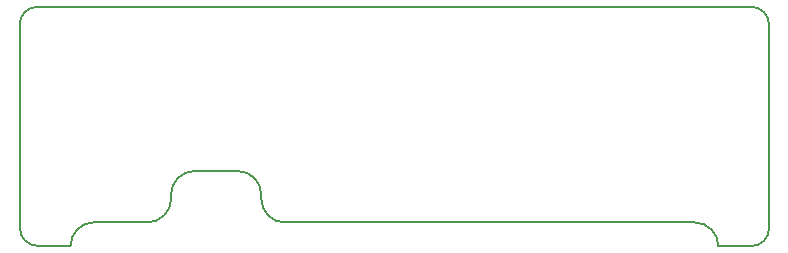
<source format=gm1>
G04 #@! TF.GenerationSoftware,KiCad,Pcbnew,5.1.0-060a0da~80~ubuntu18.10.1*
G04 #@! TF.CreationDate,2019-03-21T18:04:08+01:00*
G04 #@! TF.ProjectId,ULN2803A_shield,554c4e32-3830-4334-915f-736869656c64,rev?*
G04 #@! TF.SameCoordinates,Original*
G04 #@! TF.FileFunction,Profile,NP*
%FSLAX46Y46*%
G04 Gerber Fmt 4.6, Leading zero omitted, Abs format (unit mm)*
G04 Created by KiCad (PCBNEW 5.1.0-060a0da~80~ubuntu18.10.1) date 2019-03-21 18:04:08*
%MOMM*%
%LPD*%
G04 APERTURE LIST*
%ADD10C,0.150000*%
G04 APERTURE END LIST*
D10*
X36860000Y-112490000D02*
X39640000Y-112490000D01*
X41640000Y-110490000D02*
X46160000Y-110500000D01*
X48150000Y-108150000D02*
X48160000Y-108500000D01*
X50150000Y-106150000D02*
X53790000Y-106150000D01*
X55800000Y-108510000D02*
X55790000Y-108150000D01*
X57800000Y-110510000D02*
X92500000Y-110510000D01*
X97280000Y-92250000D02*
X36840000Y-92250000D01*
X98780000Y-111000000D02*
X98780000Y-93750000D01*
X94500000Y-112510000D02*
X97280000Y-112510000D01*
X35340000Y-93750000D02*
X35360000Y-110990000D01*
X57800000Y-110510000D02*
G75*
G02X55800000Y-108510000I0J2000000D01*
G01*
X53790000Y-106150000D02*
G75*
G02X55790000Y-108150000I0J-2000000D01*
G01*
X48150000Y-108150000D02*
G75*
G02X50150000Y-106150000I2000000J0D01*
G01*
X48160000Y-108500000D02*
G75*
G02X46160000Y-110500000I-2000000J0D01*
G01*
X39640000Y-112490000D02*
G75*
G02X41640000Y-110490000I2000000J0D01*
G01*
X92500000Y-110510000D02*
G75*
G02X94500000Y-112510000I0J-2000000D01*
G01*
X36840000Y-92250000D02*
G75*
G03X35340000Y-93750000I0J-1500000D01*
G01*
X98780000Y-93750000D02*
G75*
G03X97280000Y-92250000I-1500000J0D01*
G01*
X97280000Y-112510033D02*
G75*
G03X98780000Y-111000000I0J1500033D01*
G01*
X35360000Y-110990000D02*
G75*
G03X36860000Y-112490000I1500000J0D01*
G01*
M02*

</source>
